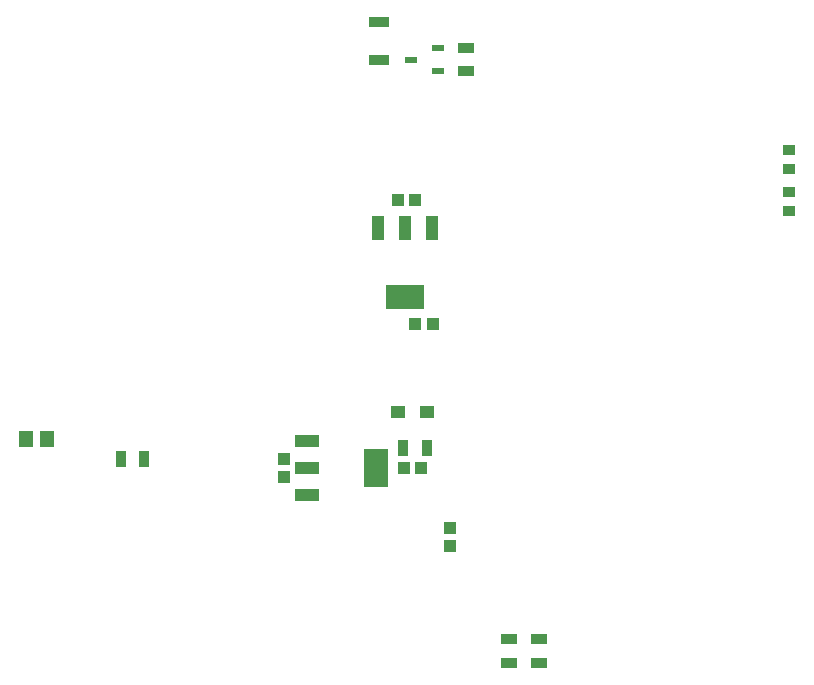
<source format=gtp>
G04*
G04 #@! TF.GenerationSoftware,Altium Limited,Altium Designer,19.1.7 (138)*
G04*
G04 Layer_Color=8421504*
%FSLAX44Y44*%
%MOMM*%
G71*
G01*
G75*
%ADD18R,1.0000X2.1500*%
%ADD19R,3.2500X2.1500*%
%ADD20R,1.1500X1.4500*%
%ADD21R,0.9500X1.4000*%
%ADD22R,1.0000X1.0000*%
%ADD23R,1.4000X0.9500*%
%ADD24R,1.0000X0.9000*%
%ADD25R,1.0000X1.0000*%
%ADD26R,2.1500X3.2500*%
%ADD27R,2.1500X1.0000*%
%ADD28R,1.7000X0.9000*%
%ADD29R,1.0000X0.6000*%
%ADD30R,1.3000X1.1000*%
G54D18*
X615000Y421250D02*
D03*
X592000Y421250D02*
D03*
X569000Y421250D02*
D03*
G54D19*
X592000Y362750D02*
D03*
G54D20*
X271000Y243000D02*
D03*
X289000D02*
D03*
G54D21*
X371000Y226000D02*
D03*
X351000D02*
D03*
X590000Y235000D02*
D03*
X610000D02*
D03*
G54D22*
X615500Y340000D02*
D03*
X600500D02*
D03*
X600500Y445000D02*
D03*
X585500D02*
D03*
X605500Y218000D02*
D03*
X590500D02*
D03*
G54D23*
X680000Y73000D02*
D03*
Y53000D02*
D03*
X705000Y73000D02*
D03*
Y53000D02*
D03*
X643000Y554000D02*
D03*
Y574000D02*
D03*
G54D24*
X917000Y471000D02*
D03*
Y487000D02*
D03*
Y436000D02*
D03*
Y452000D02*
D03*
G54D25*
X630000Y167500D02*
D03*
Y152500D02*
D03*
X489000Y225500D02*
D03*
Y210500D02*
D03*
G54D26*
X567250Y218000D02*
D03*
G54D27*
X508750Y195000D02*
D03*
X508750Y218000D02*
D03*
X508750Y241000D02*
D03*
G54D28*
X570000Y596000D02*
D03*
Y564000D02*
D03*
G54D29*
X619500Y554500D02*
D03*
Y573500D02*
D03*
X596570Y564000D02*
D03*
G54D30*
X610000Y266000D02*
D03*
X586000D02*
D03*
M02*

</source>
